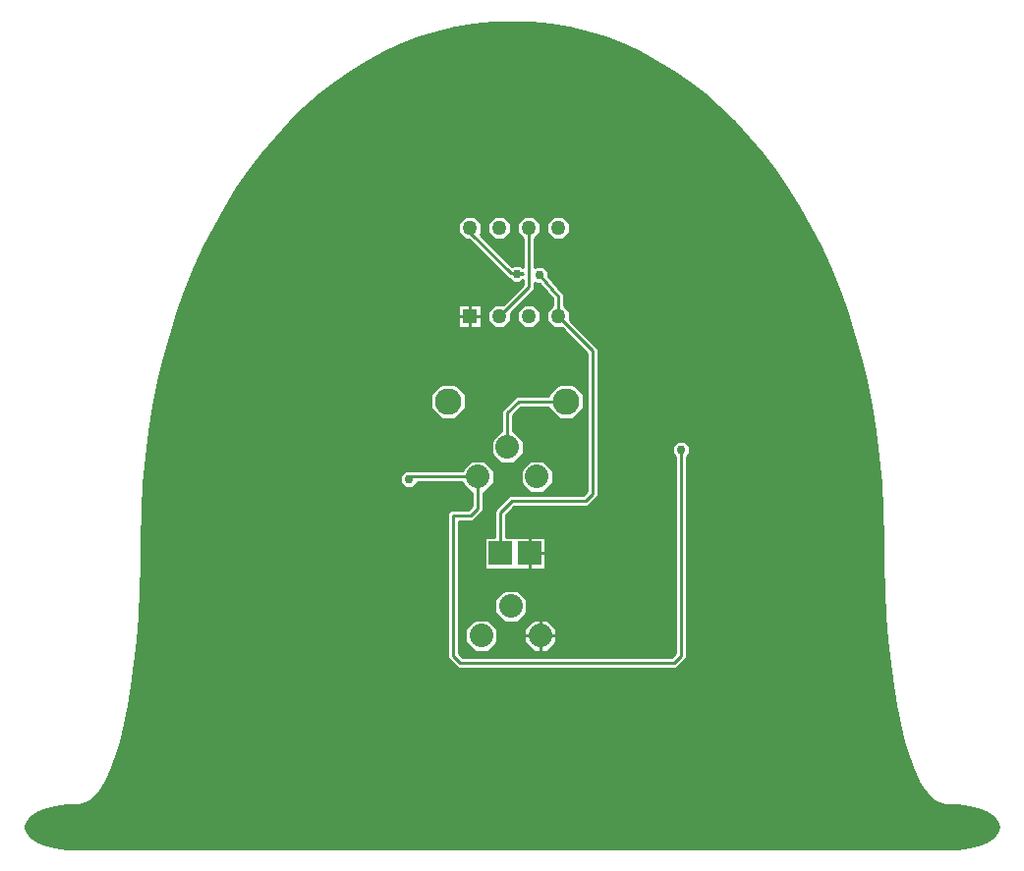
<source format=gbr>
G04 PROTEUS RS274X GERBER FILE*
%FSLAX45Y45*%
%MOMM*%
G01*
%ADD10C,0.254000*%
%ADD11C,0.762000*%
%ADD12C,2.032000*%
%ADD13R,1.270000X1.270000*%
%ADD14C,1.270000*%
%ADD18R,2.032000X2.032000*%
%ADD19C,2.286000*%
%TD.AperFunction*%
G36*
X+166184Y-66592D02*
X+329572Y-83168D01*
X+490388Y-110507D01*
X+648362Y-148351D01*
X+803343Y-196462D01*
X+955177Y-254609D01*
X+1103683Y-322552D01*
X+1248704Y-400066D01*
X+1390050Y-486913D01*
X+1527562Y-582875D01*
X+1661018Y-687691D01*
X+1790283Y-801169D01*
X+1915088Y-923002D01*
X+2035306Y-1053009D01*
X+2150718Y-1190923D01*
X+2261124Y-1336491D01*
X+2366326Y-1489463D01*
X+2466145Y-1649608D01*
X+2560369Y-1816647D01*
X+2648807Y-1990334D01*
X+2731273Y-2170429D01*
X+2807558Y-2356639D01*
X+2877493Y-2548770D01*
X+2940861Y-2746494D01*
X+2997485Y-2949594D01*
X+3047176Y-3157818D01*
X+3089737Y-3370889D01*
X+3124983Y-3588557D01*
X+3152723Y-3810553D01*
X+3172769Y-4036632D01*
X+3184932Y-4266478D01*
X+3189041Y-4525250D01*
X+3191577Y-4735159D01*
X+3191599Y-4735836D01*
X+3199045Y-4962737D01*
X+3211216Y-5181714D01*
X+3211274Y-5182448D01*
X+3227868Y-5391099D01*
X+3248784Y-5589898D01*
X+3248894Y-5590725D01*
X+3273745Y-5777085D01*
X+3302554Y-5951730D01*
X+3302768Y-5952793D01*
X+3335020Y-6112875D01*
X+3335325Y-6114120D01*
X+3370997Y-6259658D01*
X+3410361Y-6391143D01*
X+3453132Y-6506640D01*
X+3499556Y-6605544D01*
X+3501436Y-6608572D01*
X+3550382Y-6687400D01*
X+3561640Y-6700071D01*
X+3605908Y-6749898D01*
X+3639003Y-6775664D01*
X+3673546Y-6794748D01*
X+3710822Y-6807038D01*
X+3724750Y-6810959D01*
X+3846426Y-6815748D01*
X+3934308Y-6829053D01*
X+4012264Y-6849899D01*
X+4077876Y-6876834D01*
X+4128900Y-6907906D01*
X+4165377Y-6942009D01*
X+4175593Y-6956282D01*
X+4183117Y-6971323D01*
X+4187032Y-6984579D01*
X+4187794Y-7000000D01*
X+4187032Y-7015421D01*
X+4183117Y-7028677D01*
X+4175593Y-7043718D01*
X+4165377Y-7057991D01*
X+4128900Y-7092094D01*
X+4077876Y-7123166D01*
X+4012264Y-7150101D01*
X+3934308Y-7170947D01*
X+3846426Y-7184252D01*
X+3724750Y-7189041D01*
X+44213Y-7189041D01*
X+0Y-7185266D01*
X-44213Y-7189041D01*
X-3724750Y-7189041D01*
X-3846426Y-7184252D01*
X-3934308Y-7170947D01*
X-4012264Y-7150101D01*
X-4077876Y-7123166D01*
X-4128900Y-7092094D01*
X-4165377Y-7057991D01*
X-4175593Y-7043718D01*
X-4183117Y-7028677D01*
X-4187032Y-7015421D01*
X-4187794Y-7000000D01*
X-4187032Y-6984579D01*
X-4183117Y-6971323D01*
X-4175593Y-6956282D01*
X-4165377Y-6942009D01*
X-4128900Y-6907906D01*
X-4077876Y-6876834D01*
X-4012264Y-6849899D01*
X-3934308Y-6829053D01*
X-3846426Y-6815748D01*
X-3724750Y-6810959D01*
X-3710822Y-6807038D01*
X-3673546Y-6794748D01*
X-3639003Y-6775664D01*
X-3605908Y-6749898D01*
X-3550382Y-6687400D01*
X-3499556Y-6605544D01*
X-3453132Y-6506640D01*
X-3410361Y-6391143D01*
X-3370997Y-6259658D01*
X-3335020Y-6112875D01*
X-3302554Y-5951730D01*
X-3273745Y-5777085D01*
X-3248784Y-5589898D01*
X-3227868Y-5391099D01*
X-3211216Y-5181714D01*
X-3199045Y-4962737D01*
X-3191577Y-4735159D01*
X-3189041Y-4525250D01*
X-3184932Y-4266478D01*
X-3172769Y-4036632D01*
X-3152723Y-3810553D01*
X-3124983Y-3588557D01*
X-3089737Y-3370889D01*
X-3047176Y-3157818D01*
X-2997485Y-2949594D01*
X-2940861Y-2746494D01*
X-2877493Y-2548770D01*
X-2807558Y-2356639D01*
X-2731273Y-2170429D01*
X-2648807Y-1990334D01*
X-2560369Y-1816647D01*
X-2466145Y-1649608D01*
X-2366326Y-1489463D01*
X-2261124Y-1336491D01*
X-2150718Y-1190923D01*
X-2035306Y-1053009D01*
X-1915088Y-923002D01*
X-1790283Y-801169D01*
X-1661018Y-687691D01*
X-1527562Y-582875D01*
X-1390050Y-486913D01*
X-1248704Y-400066D01*
X-1103683Y-322552D01*
X-955177Y-254609D01*
X-803343Y-196462D01*
X-648362Y-148351D01*
X-490388Y-110507D01*
X-329572Y-83168D01*
X-166184Y-66592D01*
X+0Y-61702D01*
X+166184Y-66592D01*
G37*
%LPC*%
G36*
X+74301Y-4037865D02*
X+74301Y-3922135D01*
X+156135Y-3840301D01*
X+271865Y-3840301D01*
X+353699Y-3922135D01*
X+353699Y-4037865D01*
X+271865Y-4119699D01*
X+156135Y-4119699D01*
X+74301Y-4037865D01*
G37*
G36*
X+618399Y-3266874D02*
X+618399Y-3393126D01*
X+529126Y-3482399D01*
X+402874Y-3482399D01*
X+313601Y-3393126D01*
X+313601Y-3380799D01*
X+80042Y-3380798D01*
X+10799Y-3450041D01*
X+10799Y-3586301D01*
X+17865Y-3586301D01*
X+99699Y-3668135D01*
X+99699Y-3783865D01*
X+17865Y-3865699D01*
X-97865Y-3865699D01*
X-179699Y-3783865D01*
X-179699Y-3668135D01*
X-97865Y-3586301D01*
X-90799Y-3586301D01*
X-90799Y-3407959D01*
X+37958Y-3279202D01*
X+59000Y-3279202D01*
X+313601Y-3279201D01*
X+313601Y-3266874D01*
X+402874Y-3177601D01*
X+529126Y-3177601D01*
X+618399Y-3266874D01*
G37*
G36*
X+1536699Y-3714937D02*
X+1536699Y-3778063D01*
X+1511299Y-3803463D01*
X+1511299Y-5545541D01*
X+1418041Y-5638799D01*
X-465541Y-5638799D01*
X-558799Y-5545541D01*
X-558799Y-4296958D01*
X-529042Y-4267201D01*
X-378541Y-4267201D01*
X-344799Y-4233459D01*
X-344799Y-4119699D01*
X-351865Y-4119699D01*
X-433699Y-4037865D01*
X-433699Y-4030799D01*
X-812801Y-4030799D01*
X-812801Y-4032063D01*
X-857437Y-4076699D01*
X-920563Y-4076699D01*
X-965199Y-4032063D01*
X-965199Y-3968937D01*
X-920563Y-3924301D01*
X-857437Y-3924301D01*
X-852537Y-3929201D01*
X-433699Y-3929201D01*
X-433699Y-3922135D01*
X-351865Y-3840301D01*
X-236135Y-3840301D01*
X-154301Y-3922135D01*
X-154301Y-4037865D01*
X-236135Y-4119699D01*
X-243201Y-4119699D01*
X-243201Y-4275541D01*
X-336459Y-4368799D01*
X-457201Y-4368799D01*
X-457201Y-5503459D01*
X-423459Y-5537201D01*
X+1375959Y-5537201D01*
X+1409701Y-5503459D01*
X+1409701Y-3803463D01*
X+1384301Y-3778063D01*
X+1384301Y-3714937D01*
X+1428937Y-3670301D01*
X+1492063Y-3670301D01*
X+1536699Y-3714937D01*
G37*
G36*
X+104301Y-5407865D02*
X+104301Y-5292135D01*
X+186135Y-5210301D01*
X+301865Y-5210301D01*
X+383699Y-5292135D01*
X+383699Y-5407865D01*
X+301865Y-5489699D01*
X+186135Y-5489699D01*
X+104301Y-5407865D01*
G37*
G36*
X-149699Y-5153865D02*
X-149699Y-5038135D01*
X-67865Y-4956301D01*
X+47865Y-4956301D01*
X+129699Y-5038135D01*
X+129699Y-5153865D01*
X+47865Y-5235699D01*
X-67865Y-5235699D01*
X-149699Y-5153865D01*
G37*
G36*
X-403699Y-5407865D02*
X-403699Y-5292135D01*
X-321865Y-5210301D01*
X-206135Y-5210301D01*
X-124301Y-5292135D01*
X-124301Y-5407865D01*
X-206135Y-5489699D01*
X-321865Y-5489699D01*
X-403699Y-5407865D01*
G37*
G36*
X-461599Y-2498401D02*
X-258401Y-2498401D01*
X-258401Y-2701599D01*
X-461599Y-2701599D01*
X-461599Y-2498401D01*
G37*
G36*
X+249599Y-1795916D02*
X+249599Y-1880084D01*
X+198799Y-1930884D01*
X+198799Y-2173439D01*
X+208437Y-2163801D01*
X+271563Y-2163801D01*
X+316199Y-2208437D01*
X+316199Y-2248404D01*
X+452799Y-2406762D01*
X+452799Y-2507116D01*
X+503599Y-2557916D01*
X+503599Y-2629759D01*
X+749299Y-2875459D01*
X+749299Y-4148541D01*
X+656041Y-4241799D01*
X+21041Y-4241799D01*
X-49201Y-4312041D01*
X-49201Y-4500301D01*
X+289699Y-4500301D01*
X+289699Y-4779699D01*
X-239699Y-4779699D01*
X-239699Y-4500301D01*
X-150799Y-4500301D01*
X-150799Y-4269959D01*
X-21041Y-4140201D01*
X+613959Y-4140201D01*
X+647701Y-4106459D01*
X+647701Y-2917541D01*
X+431759Y-2701599D01*
X+359916Y-2701599D01*
X+300401Y-2642084D01*
X+300401Y-2557916D01*
X+351201Y-2507116D01*
X+351201Y-2444977D01*
X+237780Y-2316199D01*
X+208437Y-2316199D01*
X+198799Y-2306561D01*
X+198799Y-2367041D01*
X-4401Y-2570241D01*
X-4401Y-2642084D01*
X-63916Y-2701599D01*
X-148084Y-2701599D01*
X-207599Y-2642084D01*
X-207599Y-2557916D01*
X-148084Y-2498401D01*
X-76241Y-2498401D01*
X+97201Y-2324959D01*
X+97201Y-2280799D01*
X+96963Y-2280799D01*
X+71563Y-2306199D01*
X+8437Y-2306199D01*
X-21765Y-2275997D01*
X-32923Y-2275997D01*
X-369321Y-1939599D01*
X-402084Y-1939599D01*
X-461599Y-1880084D01*
X-461599Y-1795916D01*
X-402084Y-1736401D01*
X-317916Y-1736401D01*
X-258401Y-1795916D01*
X-258401Y-1880084D01*
X-271778Y-1893462D01*
X-1501Y-2163739D01*
X+8437Y-2153801D01*
X+71563Y-2153801D01*
X+92161Y-2174399D01*
X+97201Y-2174399D01*
X+97201Y-1930884D01*
X+46401Y-1880084D01*
X+46401Y-1795916D01*
X+105916Y-1736401D01*
X+190084Y-1736401D01*
X+249599Y-1795916D01*
G37*
G36*
X+46401Y-2642084D02*
X+46401Y-2557916D01*
X+105916Y-2498401D01*
X+190084Y-2498401D01*
X+249599Y-2557916D01*
X+249599Y-2642084D01*
X+190084Y-2701599D01*
X+105916Y-2701599D01*
X+46401Y-2642084D01*
G37*
G36*
X+300401Y-1880084D02*
X+300401Y-1795916D01*
X+359916Y-1736401D01*
X+444084Y-1736401D01*
X+503599Y-1795916D01*
X+503599Y-1880084D01*
X+444084Y-1939599D01*
X+359916Y-1939599D01*
X+300401Y-1880084D01*
G37*
G36*
X-207599Y-1880084D02*
X-207599Y-1795916D01*
X-148084Y-1736401D01*
X-63916Y-1736401D01*
X-4401Y-1795916D01*
X-4401Y-1880084D01*
X-63916Y-1939599D01*
X-148084Y-1939599D01*
X-207599Y-1880084D01*
G37*
G36*
X-702399Y-3393126D02*
X-702399Y-3266874D01*
X-613126Y-3177601D01*
X-486874Y-3177601D01*
X-397601Y-3266874D01*
X-397601Y-3393126D01*
X-486874Y-3482399D01*
X-613126Y-3482399D01*
X-702399Y-3393126D01*
G37*
%LPD*%
D10*
X+402000Y-2600000D02*
X+698500Y-2896500D01*
X+698500Y-4127500D01*
X+635000Y-4191000D01*
X+0Y-4191000D01*
X-100000Y-4291000D01*
X-100000Y-4640000D01*
X-106000Y-2600000D02*
X+148000Y-2346000D01*
X+148000Y-1838000D01*
X-40000Y-3726000D02*
X-40000Y-3429000D01*
X+59000Y-3330000D01*
X+466000Y-3330000D01*
X-294000Y-3980000D02*
X-868500Y-3980000D01*
X-889000Y-4000500D01*
X+1460500Y-3746500D02*
X+1460500Y-5524500D01*
X+1397000Y-5588000D01*
X-444500Y-5588000D01*
X-508000Y-5524500D01*
X-508000Y-4318000D01*
X-294000Y-3980000D02*
X-294000Y-4254500D01*
X-357500Y-4318000D01*
X-508000Y-4318000D01*
X+150000Y-4640000D02*
X+150000Y-4826000D01*
X+244000Y-4920000D01*
X+244000Y-5350000D01*
X-360000Y-1838000D02*
X-360000Y-1877080D01*
X-11882Y-2225198D01*
X+85198Y-2225198D01*
X+90000Y-2230000D01*
X+40000Y-2230000D01*
X+240000Y-2240000D02*
X+402000Y-2425798D01*
X+402000Y-2600000D01*
D11*
X-889000Y-4000500D03*
X+1460500Y-3746500D03*
X+40000Y-2230000D03*
X+240000Y-2240000D03*
D10*
X+166184Y-66592D02*
X+329572Y-83168D01*
X+490388Y-110507D01*
X+648362Y-148351D01*
X+803343Y-196462D01*
X+955177Y-254609D01*
X+1103683Y-322552D01*
X+1248704Y-400066D01*
X+1390050Y-486913D01*
X+1527562Y-582875D01*
X+1661018Y-687691D01*
X+1790283Y-801169D01*
X+1915088Y-923002D01*
X+2035306Y-1053009D01*
X+2150718Y-1190923D01*
X+2261124Y-1336491D01*
X+2366326Y-1489463D01*
X+2466145Y-1649608D01*
X+2560369Y-1816647D01*
X+2648807Y-1990334D01*
X+2731273Y-2170429D01*
X+2807558Y-2356639D01*
X+2877493Y-2548770D01*
X+2940861Y-2746494D01*
X+2997485Y-2949594D01*
X+3047176Y-3157818D01*
X+3089737Y-3370889D01*
X+3124983Y-3588557D01*
X+3152723Y-3810553D01*
X+3172769Y-4036632D01*
X+3184932Y-4266478D01*
X+3189041Y-4525250D01*
X+3191577Y-4735159D01*
X+3191599Y-4735836D01*
X+3199045Y-4962737D01*
X+3211216Y-5181714D01*
X+3211274Y-5182448D01*
X+3227868Y-5391099D01*
X+3248784Y-5589898D01*
X+3248894Y-5590725D01*
X+3273745Y-5777085D01*
X+3302554Y-5951730D01*
X+3302768Y-5952793D01*
X+3335020Y-6112875D01*
X+3335325Y-6114120D01*
X+3370997Y-6259658D01*
X+3410361Y-6391143D01*
X+3453132Y-6506640D01*
X+3499556Y-6605544D01*
X+3501436Y-6608572D01*
X+3550382Y-6687400D01*
X+3561640Y-6700071D01*
X+3605908Y-6749898D01*
X+3639003Y-6775664D01*
X+3673546Y-6794748D01*
X+3710822Y-6807038D01*
X+3724750Y-6810959D01*
X+3846426Y-6815748D01*
X+3934308Y-6829053D01*
X+4012264Y-6849899D01*
X+4077876Y-6876834D01*
X+4128900Y-6907906D01*
X+4165377Y-6942009D01*
X+4175593Y-6956282D01*
X+4183117Y-6971323D01*
X+4187032Y-6984579D01*
X+4187794Y-7000000D01*
X+4187032Y-7015421D01*
X+4183117Y-7028677D01*
X+4175593Y-7043718D01*
X+4165377Y-7057991D01*
X+4128900Y-7092094D01*
X+4077876Y-7123166D01*
X+4012264Y-7150101D01*
X+3934308Y-7170947D01*
X+3846426Y-7184252D01*
X+3724750Y-7189041D01*
X+44213Y-7189041D01*
X+0Y-7185266D01*
X-44213Y-7189041D01*
X-3724750Y-7189041D01*
X-3846426Y-7184252D01*
X-3934308Y-7170947D01*
X-4012264Y-7150101D01*
X-4077876Y-7123166D01*
X-4128900Y-7092094D01*
X-4165377Y-7057991D01*
X-4175593Y-7043718D01*
X-4183117Y-7028677D01*
X-4187032Y-7015421D01*
X-4187794Y-7000000D01*
X-4187032Y-6984579D01*
X-4183117Y-6971323D01*
X-4175593Y-6956282D01*
X-4165377Y-6942009D01*
X-4128900Y-6907906D01*
X-4077876Y-6876834D01*
X-4012264Y-6849899D01*
X-3934308Y-6829053D01*
X-3846426Y-6815748D01*
X-3724750Y-6810959D01*
X-3710822Y-6807038D01*
X-3673546Y-6794748D01*
X-3639003Y-6775664D01*
X-3605908Y-6749898D01*
X-3550382Y-6687400D01*
X-3499556Y-6605544D01*
X-3453132Y-6506640D01*
X-3410361Y-6391143D01*
X-3370997Y-6259658D01*
X-3335020Y-6112875D01*
X-3302554Y-5951730D01*
X-3273745Y-5777085D01*
X-3248784Y-5589898D01*
X-3227868Y-5391099D01*
X-3211216Y-5181714D01*
X-3199045Y-4962737D01*
X-3191577Y-4735159D01*
X-3189041Y-4525250D01*
X-3184932Y-4266478D01*
X-3172769Y-4036632D01*
X-3152723Y-3810553D01*
X-3124983Y-3588557D01*
X-3089737Y-3370889D01*
X-3047176Y-3157818D01*
X-2997485Y-2949594D01*
X-2940861Y-2746494D01*
X-2877493Y-2548770D01*
X-2807558Y-2356639D01*
X-2731273Y-2170429D01*
X-2648807Y-1990334D01*
X-2560369Y-1816647D01*
X-2466145Y-1649608D01*
X-2366326Y-1489463D01*
X-2261124Y-1336491D01*
X-2150718Y-1190923D01*
X-2035306Y-1053009D01*
X-1915088Y-923002D01*
X-1790283Y-801169D01*
X-1661018Y-687691D01*
X-1527562Y-582875D01*
X-1390050Y-486913D01*
X-1248704Y-400066D01*
X-1103683Y-322552D01*
X-955177Y-254609D01*
X-803343Y-196462D01*
X-648362Y-148351D01*
X-490388Y-110507D01*
X-329572Y-83168D01*
X-166184Y-66592D01*
X+0Y-61702D01*
X+166184Y-66592D01*
X+74301Y-4037865D02*
X+74301Y-3922135D01*
X+156135Y-3840301D01*
X+271865Y-3840301D01*
X+353699Y-3922135D01*
X+353699Y-4037865D01*
X+271865Y-4119699D01*
X+156135Y-4119699D01*
X+74301Y-4037865D01*
X+618399Y-3266874D02*
X+618399Y-3393126D01*
X+529126Y-3482399D01*
X+402874Y-3482399D01*
X+313601Y-3393126D01*
X+313601Y-3380799D01*
X+80042Y-3380798D01*
X+10799Y-3450041D01*
X+10799Y-3586301D01*
X+17865Y-3586301D01*
X+99699Y-3668135D01*
X+99699Y-3783865D01*
X+17865Y-3865699D01*
X-97865Y-3865699D01*
X-179699Y-3783865D01*
X-179699Y-3668135D01*
X-97865Y-3586301D01*
X-90799Y-3586301D01*
X-90799Y-3407959D01*
X+37958Y-3279202D01*
X+59000Y-3279202D01*
X+313601Y-3279201D01*
X+313601Y-3266874D01*
X+402874Y-3177601D01*
X+529126Y-3177601D01*
X+618399Y-3266874D01*
X+1536699Y-3714937D02*
X+1536699Y-3778063D01*
X+1511299Y-3803463D01*
X+1511299Y-5545541D01*
X+1418041Y-5638799D01*
X-465541Y-5638799D01*
X-558799Y-5545541D01*
X-558799Y-4296958D01*
X-529042Y-4267201D01*
X-378541Y-4267201D01*
X-344799Y-4233459D01*
X-344799Y-4119699D01*
X-351865Y-4119699D01*
X-433699Y-4037865D01*
X-433699Y-4030799D01*
X-812801Y-4030799D01*
X-812801Y-4032063D01*
X-857437Y-4076699D01*
X-920563Y-4076699D01*
X-965199Y-4032063D01*
X-965199Y-3968937D01*
X-920563Y-3924301D01*
X-857437Y-3924301D01*
X-852537Y-3929201D01*
X-433699Y-3929201D01*
X-433699Y-3922135D01*
X-351865Y-3840301D01*
X-236135Y-3840301D01*
X-154301Y-3922135D01*
X-154301Y-4037865D01*
X-236135Y-4119699D01*
X-243201Y-4119699D01*
X-243201Y-4275541D01*
X-336459Y-4368799D01*
X-457201Y-4368799D01*
X-457201Y-5503459D01*
X-423459Y-5537201D01*
X+1375959Y-5537201D01*
X+1409701Y-5503459D01*
X+1409701Y-3803463D01*
X+1384301Y-3778063D01*
X+1384301Y-3714937D01*
X+1428937Y-3670301D01*
X+1492063Y-3670301D01*
X+1536699Y-3714937D01*
X+104301Y-5407865D02*
X+104301Y-5292135D01*
X+186135Y-5210301D01*
X+301865Y-5210301D01*
X+383699Y-5292135D01*
X+383699Y-5407865D01*
X+301865Y-5489699D01*
X+186135Y-5489699D01*
X+104301Y-5407865D01*
X-149699Y-5153865D02*
X-149699Y-5038135D01*
X-67865Y-4956301D01*
X+47865Y-4956301D01*
X+129699Y-5038135D01*
X+129699Y-5153865D01*
X+47865Y-5235699D01*
X-67865Y-5235699D01*
X-149699Y-5153865D01*
X-403699Y-5407865D02*
X-403699Y-5292135D01*
X-321865Y-5210301D01*
X-206135Y-5210301D01*
X-124301Y-5292135D01*
X-124301Y-5407865D01*
X-206135Y-5489699D01*
X-321865Y-5489699D01*
X-403699Y-5407865D01*
X-461599Y-2498401D02*
X-258401Y-2498401D01*
X-258401Y-2701599D01*
X-461599Y-2701599D01*
X-461599Y-2498401D01*
X+249599Y-1795916D02*
X+249599Y-1880084D01*
X+198799Y-1930884D01*
X+198799Y-2173439D01*
X+208437Y-2163801D01*
X+271563Y-2163801D01*
X+316199Y-2208437D01*
X+316199Y-2248404D01*
X+452799Y-2406762D01*
X+452799Y-2507116D01*
X+503599Y-2557916D01*
X+503599Y-2629759D01*
X+749299Y-2875459D01*
X+749299Y-4148541D01*
X+656041Y-4241799D01*
X+21041Y-4241799D01*
X-49201Y-4312041D01*
X-49201Y-4500301D01*
X+289699Y-4500301D01*
X+289699Y-4779699D01*
X-239699Y-4779699D01*
X-239699Y-4500301D01*
X-150799Y-4500301D01*
X-150799Y-4269959D01*
X-21041Y-4140201D01*
X+613959Y-4140201D01*
X+647701Y-4106459D01*
X+647701Y-2917541D01*
X+431759Y-2701599D01*
X+359916Y-2701599D01*
X+300401Y-2642084D01*
X+300401Y-2557916D01*
X+351201Y-2507116D01*
X+351201Y-2444977D01*
X+237780Y-2316199D01*
X+208437Y-2316199D01*
X+198799Y-2306561D01*
X+198799Y-2367041D01*
X-4401Y-2570241D01*
X-4401Y-2642084D01*
X-63916Y-2701599D01*
X-148084Y-2701599D01*
X-207599Y-2642084D01*
X-207599Y-2557916D01*
X-148084Y-2498401D01*
X-76241Y-2498401D01*
X+97201Y-2324959D01*
X+97201Y-2280799D01*
X+96963Y-2280799D01*
X+71563Y-2306199D01*
X+8437Y-2306199D01*
X-21765Y-2275997D01*
X-32923Y-2275997D01*
X-369321Y-1939599D01*
X-402084Y-1939599D01*
X-461599Y-1880084D01*
X-461599Y-1795916D01*
X-402084Y-1736401D01*
X-317916Y-1736401D01*
X-258401Y-1795916D01*
X-258401Y-1880084D01*
X-271778Y-1893462D01*
X-1501Y-2163739D01*
X+8437Y-2153801D01*
X+71563Y-2153801D01*
X+92161Y-2174399D01*
X+97201Y-2174399D01*
X+97201Y-1930884D01*
X+46401Y-1880084D01*
X+46401Y-1795916D01*
X+105916Y-1736401D01*
X+190084Y-1736401D01*
X+249599Y-1795916D01*
X+46401Y-2642084D02*
X+46401Y-2557916D01*
X+105916Y-2498401D01*
X+190084Y-2498401D01*
X+249599Y-2557916D01*
X+249599Y-2642084D01*
X+190084Y-2701599D01*
X+105916Y-2701599D01*
X+46401Y-2642084D01*
X+300401Y-1880084D02*
X+300401Y-1795916D01*
X+359916Y-1736401D01*
X+444084Y-1736401D01*
X+503599Y-1795916D01*
X+503599Y-1880084D01*
X+444084Y-1939599D01*
X+359916Y-1939599D01*
X+300401Y-1880084D01*
X-207599Y-1880084D02*
X-207599Y-1795916D01*
X-148084Y-1736401D01*
X-63916Y-1736401D01*
X-4401Y-1795916D01*
X-4401Y-1880084D01*
X-63916Y-1939599D01*
X-148084Y-1939599D01*
X-207599Y-1880084D01*
X-702399Y-3393126D02*
X-702399Y-3266874D01*
X-613126Y-3177601D01*
X-486874Y-3177601D01*
X-397601Y-3266874D01*
X-397601Y-3393126D01*
X-486874Y-3482399D01*
X-613126Y-3482399D01*
X-702399Y-3393126D01*
X+104301Y-5350000D02*
X+244000Y-5350000D01*
X+383699Y-5350000D02*
X+244000Y-5350000D01*
X+244000Y-5489699D02*
X+244000Y-5350000D01*
X+244000Y-5210301D02*
X+244000Y-5350000D01*
X-461599Y-2600000D02*
X-360000Y-2600000D01*
X-258401Y-2600000D02*
X-360000Y-2600000D01*
X-360000Y-2701599D02*
X-360000Y-2600000D01*
X-360000Y-2498401D02*
X-360000Y-2600000D01*
X+150000Y-4779699D02*
X+150000Y-4640000D01*
X+150000Y-4500301D02*
X+150000Y-4640000D01*
X+289699Y-4640000D02*
X+150000Y-4640000D01*
D12*
X+214000Y-3980000D03*
X-40000Y-3726000D03*
X-294000Y-3980000D03*
X+244000Y-5350000D03*
X-10000Y-5096000D03*
X-264000Y-5350000D03*
D13*
X-360000Y-2600000D03*
D14*
X-106000Y-2600000D03*
X+148000Y-2600000D03*
X+402000Y-2600000D03*
X+402000Y-1838000D03*
X+148000Y-1838000D03*
X-106000Y-1838000D03*
X-360000Y-1838000D03*
D18*
X-100000Y-4640000D03*
X+150000Y-4640000D03*
D19*
X+466000Y-3330000D03*
X-550000Y-3330000D03*
M02*

</source>
